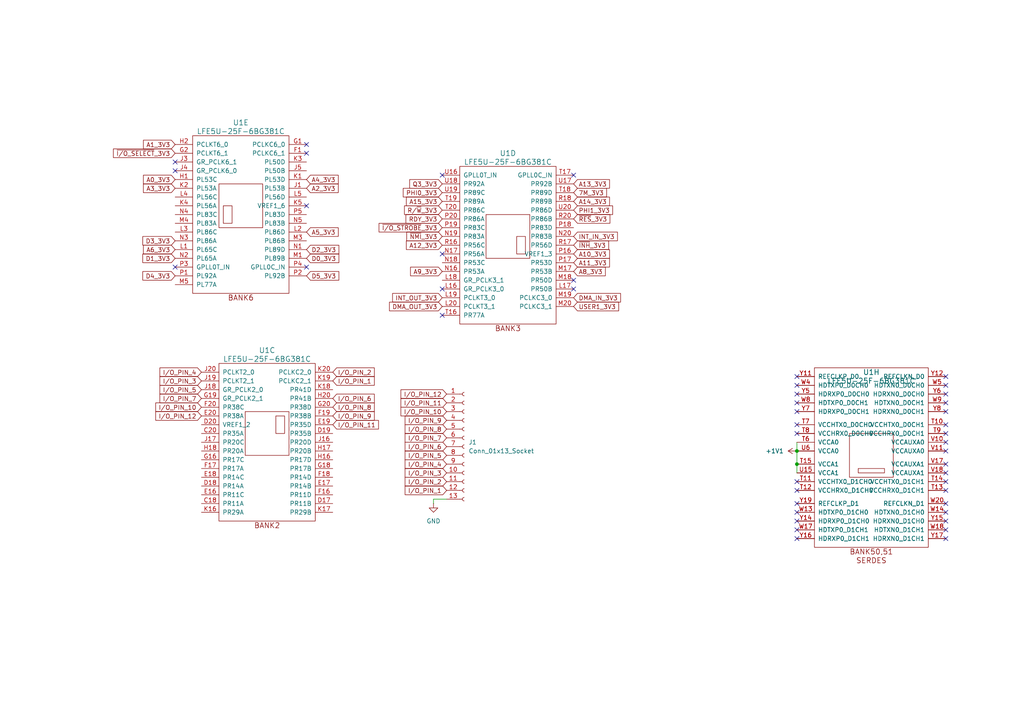
<source format=kicad_sch>
(kicad_sch (version 20250114) (generator "eeschema") (generator_version "9.0")
  (paper "A4")
  (title_block (title "Byte Hamr - Apple II FPGA Peripheral Card") (date "2025-11-30") (rev "1.0.0"))
  (lib_symbols
    (symbol "Connector:Conn_01x13_Socket" (pin_names (offset 1.016) (hide yes))
      (property "Reference" "J" (at 0 17.78 0))
      (property "Value" "Conn_01x13_Socket" (at 0 -17.78 0))
      (symbol "Conn_01x13_Socket_1_1"
        (polyline (pts (xy -1.27 15.24) (xy -0.508 15.24)) (stroke (width 0.1524)))
        (polyline (pts (xy -1.27 12.7) (xy -0.508 12.7)) (stroke (width 0.1524)))
        (polyline (pts (xy -1.27 10.16) (xy -0.508 10.16)) (stroke (width 0.1524)))
        (polyline (pts (xy -1.27 7.62) (xy -0.508 7.62)) (stroke (width 0.1524)))
        (polyline (pts (xy -1.27 5.08) (xy -0.508 5.08)) (stroke (width 0.1524)))
        (polyline (pts (xy -1.27 2.54) (xy -0.508 2.54)) (stroke (width 0.1524)))
        (polyline (pts (xy -1.27 0) (xy -0.508 0)) (stroke (width 0.1524)))
        (polyline (pts (xy -1.27 -2.54) (xy -0.508 -2.54)) (stroke (width 0.1524)))
        (polyline (pts (xy -1.27 -5.08) (xy -0.508 -5.08)) (stroke (width 0.1524)))
        (polyline (pts (xy -1.27 -7.62) (xy -0.508 -7.62)) (stroke (width 0.1524)))
        (polyline (pts (xy -1.27 -10.16) (xy -0.508 -10.16)) (stroke (width 0.1524)))
        (polyline (pts (xy -1.27 -12.7) (xy -0.508 -12.7)) (stroke (width 0.1524)))
        (polyline (pts (xy -1.27 -15.24) (xy -0.508 -15.24)) (stroke (width 0.1524)))
        (arc (start 0 14.732) (mid -0.5058 15.24) (end 0 15.748) (stroke (width 0.1524)))
        (arc (start 0 12.192) (mid -0.5058 12.7) (end 0 13.208) (stroke (width 0.1524)))
        (arc (start 0 9.652) (mid -0.5058 10.16) (end 0 10.668) (stroke (width 0.1524)))
        (arc (start 0 7.112) (mid -0.5058 7.62) (end 0 8.128) (stroke (width 0.1524)))
        (arc (start 0 4.572) (mid -0.5058 5.08) (end 0 5.588) (stroke (width 0.1524)))
        (arc (start 0 2.032) (mid -0.5058 2.54) (end 0 3.048) (stroke (width 0.1524)))
        (arc (start 0 -0.508) (mid -0.5058 0) (end 0 0.508) (stroke (width 0.1524)))
        (arc (start 0 -3.048) (mid -0.5058 -2.54) (end 0 -2.032) (stroke (width 0.1524)))
        (arc (start 0 -5.588) (mid -0.5058 -5.08) (end 0 -4.572) (stroke (width 0.1524)))
        (arc (start 0 -8.128) (mid -0.5058 -7.62) (end 0 -7.112) (stroke (width 0.1524)))
        (arc (start 0 -10.668) (mid -0.5058 -10.16) (end 0 -9.652) (stroke (width 0.1524)))
        (arc (start 0 -13.208) (mid -0.5058 -12.7) (end 0 -12.192) (stroke (width 0.1524)))
        (arc (start 0 -15.748) (mid -0.5058 -15.24) (end 0 -14.732) (stroke (width 0.1524)))
        (pin passive line (at -5.08 15.24 0) (length 3.81) (name "Pin_1") (number "1"))
        (pin passive line (at -5.08 12.7 0) (length 3.81) (name "Pin_2") (number "2"))
        (pin passive line (at -5.08 10.16 0) (length 3.81) (name "Pin_3") (number "3"))
        (pin passive line (at -5.08 7.62 0) (length 3.81) (name "Pin_4") (number "4"))
        (pin passive line (at -5.08 5.08 0) (length 3.81) (name "Pin_5") (number "5"))
        (pin passive line (at -5.08 2.54 0) (length 3.81) (name "Pin_6") (number "6"))
        (pin passive line (at -5.08 0 0) (length 3.81) (name "Pin_7") (number "7"))
        (pin passive line (at -5.08 -2.54 0) (length 3.81) (name "Pin_8") (number "8"))
        (pin passive line (at -5.08 -5.08 0) (length 3.81) (name "Pin_9") (number "9"))
        (pin passive line (at -5.08 -7.62 0) (length 3.81) (name "Pin_10") (number "10"))
        (pin passive line (at -5.08 -10.16 0) (length 3.81) (name "Pin_11") (number "11"))
        (pin passive line (at -5.08 -12.7 0) (length 3.81) (name "Pin_12") (number "12"))
        (pin passive line (at -5.08 -15.24 0) (length 3.81) (name "Pin_13") (number "13"))
      )
    )
    (symbol "lfe5bg381:LFE5UM-85F-6BG381C" (pin_names (offset 1.016))
      (property "Reference" "U" (at 0 24.13 0))
      (property "Value" "LFE5UM-85F-6BG381C" (at 0 21.59 0))
      (symbol "LFE5UM-85F-6BG381C_1_1"
        (rectangle (start -13.97 20.32) (end 13.97 -17.78))
        (rectangle (start -6.35 6.35) (end 6.35 -6.35))
        (rectangle (start -5.08 5.08) (end 0 2.54))
        (text "BANK0" (at 0 -19.05 0) (effects (font (size 1.524 1.524))))
        (pin input line (at -19.05 17.78 0) (length 5.08) (name "PCLKT0_0") (number "B11"))
        (pin input line (at -19.05 15.24 0) (length 5.08) (name "PCLKT0_1") (number "A10"))
        (pin input line (at -19.05 12.7 0) (length 5.08) (name "GR_PCLK0_1") (number "A9"))
        (pin input line (at -19.05 10.16 0) (length 5.08) (name "PT58A") (number "B9"))
        (pin input line (at -19.05 7.62 0) (length 5.08) (name "PT20A") (number "D9"))
        (pin input line (at -19.05 5.08 0) (length 5.08) (name "PT18A") (number "A7"))
        (pin input line (at -19.05 2.54 0) (length 5.08) (name "PT15A") (number "C8"))
        (pin input line (at -19.05 0 0) (length 5.08) (name "PT13A") (number "E8"))
        (pin input line (at -19.05 -2.54 0) (length 5.08) (name "PT11A") (number "C6"))
        (pin input line (at -19.05 -5.08 0) (length 5.08) (name "PT9A") (number "E7"))
        (pin input line (at -19.05 -7.62 0) (length 5.08) (name "PT6A") (number "E6"))
        (pin input line (at -19.05 -10.16 0) (length 5.08) (name "PT4A") (number "A6"))
        (pin input line (at -19.05 -12.7 0) (length 5.08) (name "PT56A") (number "D10"))
        (pin input line (at -19.05 -15.24 0) (length 5.08) (name "PT54A") (number "C9"))
        (pin input line (at 19.05 17.78 180) (length 5.08) (name "PCLKC0_0") (number "C11"))
        (pin input line (at 19.05 15.24 180) (length 5.08) (name "PCLKC0_1") (number "A11"))
        (pin input line (at 19.05 12.7 180) (length 5.08) (name "GR_PCLK0_0") (number "B10"))
        (pin input line (at 19.05 10.16 180) (length 5.08) (name "PT58B") (number "C10"))
        (pin input line (at 19.05 7.62 180) (length 5.08) (name "PT20B") (number "E9"))
        (pin input line (at 19.05 5.08 180) (length 5.08) (name "PT18B") (number "A8"))
        (pin input line (at 19.05 2.54 180) (length 5.08) (name "PT15B") (number "B8"))
        (pin input line (at 19.05 0 180) (length 5.08) (name "PT13B") (number "D8"))
        (pin input line (at 19.05 -2.54 180) (length 5.08) (name "PT11B") (number "C7"))
        (pin input line (at 19.05 -5.08 180) (length 5.08) (name "PT9B") (number "D7"))
        (pin input line (at 19.05 -7.62 180) (length 5.08) (name "PT6B") (number "D6"))
        (pin input line (at 19.05 -10.16 180) (length 5.08) (name "PT4B") (number "B6"))
        (pin input line (at 19.05 -12.7 180) (length 5.08) (name "PT56B") (number "E10"))
      )
      (symbol "LFE5UM-85F-6BG381C_2_0"
        (text "BANK1" (at 0 -26.67 0) (effects (font (size 1.524 1.524))))
      )
      (symbol "LFE5UM-85F-6BG381C_2_1"
        (rectangle (start -13.97 20.32) (end 13.97 -25.4))
        (rectangle (start -6.35 6.35) (end 6.35 -6.35))
        (rectangle (start 0 5.08) (end 5.08 2.54))
        (pin input line (at -19.05 17.78 0) (length 5.08) (name "PT121A") (number "A19"))
        (pin input line (at -19.05 15.24 0) (length 5.08) (name "PT119A") (number "A18"))
        (pin input line (at -19.05 12.7 0) (length 5.08) (name "PT116A") (number "A17"))
        (pin input line (at -19.05 10.16 0) (length 5.08) (name "PT114A") (number "B17"))
        (pin input line (at -19.05 7.62 0) (length 5.08) (name "PT112A") (number "C16"))
        (pin input line (at -19.05 5.08 0) (length 5.08) (name "PT110A") (number "A16"))
        (pin input line (at -19.05 2.54 0) (length 5.08) (name "PT107A") (number "D15"))
        (pin input line (at -19.05 0 0) (length 5.08) (name "PT105A") (number "B15"))
        (pin input line (at -19.05 -2.54 0) (length 5.08) (name "PT85A") (number "D14"))
        (pin input line (at -19.05 -5.08 0) (length 5.08) (name "PT83A") (number "A14"))
        (pin input line (at -19.05 -7.62 0) (length 5.08) (name "PT80A") (number "D13"))
        (pin input line (at -19.05 -10.16 0) (length 5.08) (name "PT78A") (number "B13"))
        (pin input line (at -19.05 -12.7 0) (length 5.08) (name "PT76A") (number "A12"))
        (pin input line (at -19.05 -15.24 0) (length 5.08) (name "GR_PCLK1_0") (number "D12"))
        (pin input line (at -19.05 -17.78 0) (length 5.08) (name "PCLKT1_0") (number "B12"))
        (pin input line (at -19.05 -20.32 0) (length 5.08) (name "PCLKT1_1") (number "D11"))
        (pin input line (at -19.05 -22.86 0) (length 5.08) (name "PT103A") (number "A15"))
        (pin input line (at 19.05 17.78 180) (length 5.08) (name "PT121B") (number "B20"))
        (pin input line (at 19.05 15.24 180) (length 5.08) (name "PT119B") (number "B19"))
        (pin input line (at 19.05 12.7 180) (length 5.08) (name "PT116B") (number "B18"))
        (pin input line (at 19.05 10.16 180) (length 5.08) (name "PT114B") (number "C17"))
        (pin input line (at 19.05 7.62 180) (length 5.08) (name "PT112B") (number "D16"))
        (pin input line (at 19.05 5.08 180) (length 5.08) (name "PT110B") (number "B16"))
        (pin input line (at 19.05 2.54 180) (length 5.08) (name "PT107B") (number "E15"))
        (pin input line (at 19.05 0 180) (length 5.08) (name "PT105B") (number "C15"))
        (pin input line (at 19.05 -2.54 180) (length 5.08) (name "PT85B") (number "E14"))
        (pin input line (at 19.05 -5.08 180) (length 5.08) (name "PT83B") (number "C14"))
        (pin input line (at 19.05 -7.62 180) (length 5.08) (name "PT80B") (number "E13"))
        (pin input line (at 19.05 -10.16 180) (length 5.08) (name "PT78B") (number "C13"))
        (pin input line (at 19.05 -12.7 180) (length 5.08) (name "PT76B") (number "A13"))
        (pin input line (at 19.05 -15.24 180) (length 5.08) (name "GR_PCLK1_1") (number "E12"))
        (pin input line (at 19.05 -17.78 180) (length 5.08) (name "PCLKC1_0") (number "C12"))
        (pin input line (at 19.05 -20.32 180) (length 5.08) (name "PCLKC1_1") (number "E11"))
      )
      (symbol "LFE5UM-85F-6BG381C_3_0"
        (text "BANK2" (at 0 -26.67 0) (effects (font (size 1.524 1.524))))
      )
      (symbol "LFE5UM-85F-6BG381C_3_1"
        (rectangle (start -13.97 20.32) (end 13.97 -25.4))
        (rectangle (start -6.35 6.35) (end 6.35 -6.35))
        (rectangle (start 5.08 5.08) (end 2.54 0))
        (pin input line (at -19.05 17.78 0) (length 5.08) (name "PCLKT2_0") (number "J20"))
        (pin input line (at -19.05 15.24 0) (length 5.08) (name "PCLKT2_1") (number "J19"))
        (pin input line (at -19.05 12.7 0) (length 5.08) (name "GR_PCLK2_0") (number "J18"))
        (pin input line (at -19.05 10.16 0) (length 5.08) (name "GR_PCLK2_1") (number "G19"))
        (pin input line (at -19.05 7.62 0) (length 5.08) (name "PR38C") (number "F20"))
        (pin input line (at -19.05 5.08 0) (length 5.08) (name "PR38A") (number "E20"))
        (pin input line (at -19.05 2.54 0) (length 5.08) (name "VREF1_2") (number "D20"))
        (pin input line (at -19.05 0 0) (length 5.08) (name "PR35A") (number "C20"))
        (pin input line (at -19.05 -2.54 0) (length 5.08) (name "PR20C") (number "J17"))
        (pin input line (at -19.05 -5.08 0) (length 5.08) (name "PR20A") (number "H18"))
        (pin input line (at -19.05 -7.62 0) (length 5.08) (name "PR17C") (number "G16"))
        (pin input line (at -19.05 -10.16 0) (length 5.08) (name "PR17A") (number "F17"))
        (pin input line (at -19.05 -12.7 0) (length 5.08) (name "PR14C") (number "E18"))
        (pin input line (at -19.05 -15.24 0) (length 5.08) (name "PR14A") (number "D18"))
        (pin input line (at -19.05 -17.78 0) (length 5.08) (name "PR11C") (number "E16"))
        (pin input line (at -19.05 -20.32 0) (length 5.08) (name "PR11A") (number "C18"))
        (pin input line (at -19.05 -22.86 0) (length 5.08) (name "PR29A") (number "K16"))
        (pin input line (at 19.05 17.78 180) (length 5.08) (name "PCLKC2_0") (number "K20"))
        (pin input line (at 19.05 15.24 180) (length 5.08) (name "PCLKC2_1") (number "K19"))
        (pin input line (at 19.05 12.7 180) (length 5.08) (name "PR41D") (number "K18"))
        (pin input line (at 19.05 10.16 180) (length 5.08) (name "PR41B") (number "H20"))
        (pin input line (at 19.05 7.62 180) (length 5.08) (name "PR38D") (number "G20"))
        (pin input line (at 19.05 5.08 180) (length 5.08) (name "PR38B") (number "F19"))
        (pin input line (at 19.05 2.54 180) (length 5.08) (name "PR35D") (number "E19"))
        (pin input line (at 19.05 0 180) (length 5.08) (name "PR35B") (number "D19"))
        (pin input line (at 19.05 -2.54 180) (length 5.08) (name "PR20D") (number "J16"))
        (pin input line (at 19.05 -5.08 180) (length 5.08) (name "PR20B") (number "H17"))
        (pin input line (at 19.05 -7.62 180) (length 5.08) (name "PR17D") (number "H16"))
        (pin input line (at 19.05 -10.16 180) (length 5.08) (name "PR17B") (number "G18"))
        (pin input line (at 19.05 -12.7 180) (length 5.08) (name "PR14D") (number "F18"))
        (pin input line (at 19.05 -15.24 180) (length 5.08) (name "PR14B") (number "E17"))
        (pin input line (at 19.05 -17.78 180) (length 5.08) (name "PR11D") (number "F16"))
        (pin input line (at 19.05 -20.32 180) (length 5.08) (name "PR11B") (number "D17"))
        (pin input line (at 19.05 -22.86 180) (length 5.08) (name "PR29B") (number "K17"))
      )
      (symbol "LFE5UM-85F-6BG381C_4_0"
        (text "BANK3" (at 0 -26.67 0) (effects (font (size 1.524 1.524))))
      )
      (symbol "LFE5UM-85F-6BG381C_4_1"
        (rectangle (start -13.97 20.32) (end 13.97 -25.4))
        (rectangle (start -6.35 6.35) (end 6.35 -6.35))
        (rectangle (start 2.54 0) (end 5.08 -5.08))
        (pin input line (at -19.05 17.78 0) (length 5.08) (name "GPLL0T_IN") (number "U16"))
        (pin input line (at -19.05 15.24 0) (length 5.08) (name "PR92A") (number "U18"))
        (pin input line (at -19.05 12.7 0) (length 5.08) (name "PR89C") (number "U19"))
        (pin input line (at -19.05 10.16 0) (length 5.08) (name "PR89A") (number "T19"))
        (pin input line (at -19.05 7.62 0) (length 5.08) (name "PR86C") (number "T20"))
        (pin input line (at -19.05 5.08 0) (length 5.08) (name "PR86A") (number "P20"))
        (pin input line (at -19.05 2.54 0) (length 5.08) (name "PR83C") (number "P19"))
        (pin input line (at -19.05 0 0) (length 5.08) (name "PR83A") (number "N19"))
        (pin input line (at -19.05 -2.54 0) (length 5.08) (name "PR56C") (number "R16"))
        (pin input line (at -19.05 -5.08 0) (length 5.08) (name "PR56A") (number "N17"))
        (pin input line (at -19.05 -7.62 0) (length 5.08) (name "PR53C") (number "N18"))
        (pin input line (at -19.05 -10.16 0) (length 5.08) (name "PR53A") (number "N16"))
        (pin input line (at -19.05 -12.7 0) (length 5.08) (name "GR_PCLK3_1") (number "L18"))
        (pin input line (at -19.05 -15.24 0) (length 5.08) (name "GR_PCLK3_0") (number "L16"))
        (pin input line (at -19.05 -17.78 0) (length 5.08) (name "PCLKT3_0") (number "L19"))
        (pin input line (at -19.05 -20.32 0) (length 5.08) (name "PCLKT3_1") (number "L20"))
        (pin input line (at -19.05 -22.86 0) (length 5.08) (name "PR77A") (number "T16"))
        (pin input line (at 19.05 17.78 180) (length 5.08) (name "GPLL0C_IN") (number "T17"))
        (pin input line (at 19.05 15.24 180) (length 5.08) (name "PR92B") (number "U17"))
        (pin input line (at 19.05 12.7 180) (length 5.08) (name "PR89D") (number "T18"))
        (pin input line (at 19.05 10.16 180) (length 5.08) (name "PR89B") (number "R18"))
        (pin input line (at 19.05 7.62 180) (length 5.08) (name "PR86D") (number "U20"))
        (pin input line (at 19.05 5.08 180) (length 5.08) (name "PR86B") (number "R20"))
        (pin input line (at 19.05 2.54 180) (length 5.08) (name "PR83D") (number "P18"))
        (pin input line (at 19.05 0 180) (length 5.08) (name "PR83B") (number "N20"))
        (pin input line (at 19.05 -2.54 180) (length 5.08) (name "PR56D") (number "R17"))
        (pin input line (at 19.05 -5.08 180) (length 5.08) (name "VREF1_3") (number "P16"))
        (pin input line (at 19.05 -7.62 180) (length 5.08) (name "PR53D") (number "P17"))
        (pin input line (at 19.05 -10.16 180) (length 5.08) (name "PR53B") (number "M17"))
        (pin input line (at 19.05 -12.7 180) (length 5.08) (name "PR50D") (number "M18"))
        (pin input line (at 19.05 -15.24 180) (length 5.08) (name "PR50B") (number "L17"))
        (pin input line (at 19.05 -17.78 180) (length 5.08) (name "PCLKC3_0") (number "M19"))
        (pin input line (at 19.05 -20.32 180) (length 5.08) (name "PCLKC3_1") (number "M20"))
      )
      (symbol "LFE5UM-85F-6BG381C_5_0"
        (text "BANK6" (at 0 -26.67 0) (effects (font (size 1.524 1.524))))
      )
      (symbol "LFE5UM-85F-6BG381C_5_1"
        (rectangle (start -13.97 20.32) (end 13.97 -25.4))
        (rectangle (start -6.35 6.35) (end 6.35 -6.35))
        (rectangle (start -5.08 0) (end -2.54 -5.08))
        (pin input line (at -19.05 17.78 0) (length 5.08) (name "PCLKT6_0") (number "H2"))
        (pin input line (at -19.05 15.24 0) (length 5.08) (name "PCLKT6_1") (number "G2"))
        (pin input line (at -19.05 12.7 0) (length 5.08) (name "GR_PCLK6_1") (number "J3"))
        (pin input line (at -19.05 10.16 0) (length 5.08) (name "GR_PCLK6_0") (number "J4"))
        (pin input line (at -19.05 7.62 0) (length 5.08) (name "PL53C") (number "H1"))
        (pin input line (at -19.05 5.08 0) (length 5.08) (name "PL53A") (number "K2"))
        (pin input line (at -19.05 2.54 0) (length 5.08) (name "PL56C") (number "L4"))
        (pin input line (at -19.05 0 0) (length 5.08) (name "PL56A") (number "K4"))
        (pin input line (at -19.05 -2.54 0) (length 5.08) (name "PL83C") (number "N4"))
        (pin input line (at -19.05 -5.08 0) (length 5.08) (name "PL83A") (number "M4"))
        (pin input line (at -19.05 -7.62 0) (length 5.08) (name "PL86C") (number "L3"))
        (pin input line (at -19.05 -10.16 0) (length 5.08) (name "PL86A") (number "N3"))
        (pin input line (at -19.05 -12.7 0) (length 5.08) (name "PL65C") (number "L1"))
        (pin input line (at -19.05 -15.24 0) (length 5.08) (name "PL65A") (number "N2"))
        (pin input line (at -19.05 -17.78 0) (length 5.08) (name "GPLL0T_IN") (number "P3"))
        (pin input line (at -19.05 -20.32 0) (length 5.08) (name "PL92A") (number "P1"))
        (pin input line (at -19.05 -22.86 0) (length 5.08) (name "PL77A") (number "M5"))
        (pin input line (at 19.05 17.78 180) (length 5.08) (name "PCLKC6_0") (number "G1"))
        (pin input line (at 19.05 15.24 180) (length 5.08) (name "PCLKC6_1") (number "F1"))
        (pin input line (at 19.05 12.7 180) (length 5.08) (name "PL50D") (number "K3"))
        (pin input line (at 19.05 10.16 180) (length 5.08) (name "PL50B") (number "J5"))
        (pin input line (at 19.05 7.62 180) (length 5.08) (name "PL53D") (number "K1"))
        (pin input line (at 19.05 5.08 180) (length 5.08) (name "PL53B") (number "J1"))
        (pin input line (at 19.05 2.54 180) (length 5.08) (name "PL56D") (number "L5"))
        (pin input line (at 19.05 0 180) (length 5.08) (name "VREF1_6") (number "K5"))
        (pin input line (at 19.05 -2.54 180) (length 5.08) (name "PL83D") (number "P5"))
        (pin input line (at 19.05 -5.08 180) (length 5.08) (name "PL83B") (number "N5"))
        (pin input line (at 19.05 -7.62 180) (length 5.08) (name "PL86D") (number "L2"))
        (pin input line (at 19.05 -10.16 180) (length 5.08) (name "PL86B") (number "M3"))
        (pin input line (at 19.05 -12.7 180) (length 5.08) (name "PL89D") (number "N1"))
        (pin input line (at 19.05 -15.24 180) (length 5.08) (name "PL89B") (number "M1"))
        (pin input line (at 19.05 -17.78 180) (length 5.08) (name "GPLL0C_IN") (number "P4"))
        (pin input line (at 19.05 -20.32 180) (length 5.08) (name "PL92B") (number "P2"))
      )
      (symbol "LFE5UM-85F-6BG381C_6_0"
        (text "BANK7" (at 0 -24.13 0) (effects (font (size 1.524 1.524))))
      )
      (symbol "LFE5UM-85F-6BG381C_6_1"
        (rectangle (start -13.97 20.32) (end 13.97 -22.86))
        (rectangle (start -6.35 6.35) (end 6.35 -6.35))
        (rectangle (start -5.08 5.08) (end -2.54 0))
        (pin input line (at -19.05 17.78 0) (length 5.08) (name "PL11C") (number "B5"))
        (pin input line (at -19.05 15.24 0) (length 5.08) (name "PL11A") (number "A4"))
        (pin input line (at -19.05 12.7 0) (length 5.08) (name "PL14C") (number "A3"))
        (pin input line (at -19.05 10.16 0) (length 5.08) (name "PL14A") (number "C4"))
        (pin input line (at -19.05 7.62 0) (length 5.08) (name "PL17C") (number "C3"))
        (pin input line (at -19.05 5.08 0) (length 5.08) (name "PL17A") (number "E4"))
        (pin input line (at -19.05 2.54 0) (length 5.08) (name "PL20C") (number "E5"))
        (pin input line (at -19.05 0 0) (length 5.08) (name "PL20A") (number "F4"))
        (pin input line (at -19.05 -2.54 0) (length 5.08) (name "VREF1_7") (number "B2"))
        (pin input line (at -19.05 -5.08 0) (length 5.08) (name "PL35A") (number "A2"))
        (pin input line (at -19.05 -7.62 0) (length 5.08) (name "PL38C") (number "D2"))
        (pin input line (at -19.05 -10.16 0) (length 5.08) (name "PL38A") (number "C1"))
        (pin input line (at -19.05 -12.7 0) (length 5.08) (name "GR_PCLK7_0") (number "H5"))
        (pin input line (at -19.05 -15.24 0) (length 5.08) (name "GR_PCLK7_1") (number "H4"))
        (pin input line (at -19.05 -17.78 0) (length 5.08) (name "PCLKT7_0") (number "F2"))
        (pin input line (at -19.05 -20.32 0) (length 5.08) (name "PCLKT7_1") (number "G3"))
        (pin input line (at 19.05 17.78 180) (length 5.08) (name "PL11D") (number "C5"))
        (pin input line (at 19.05 15.24 180) (length 5.08) (name "PL11B") (number "A5"))
        (pin input line (at 19.05 12.7 180) (length 5.08) (name "PL14D") (number "B3"))
        (pin input line (at 19.05 10.16 180) (length 5.08) (name "PL14B") (number "B4"))
        (pin input line (at 19.05 7.62 180) (length 5.08) (name "PL17D") (number "D3"))
        (pin input line (at 19.05 5.08 180) (length 5.08) (name "PL17B") (number "D5"))
        (pin input line (at 19.05 2.54 180) (length 5.08) (name "PL20D") (number "F5"))
        (pin input line (at 19.05 0 180) (length 5.08) (name "PL20B") (number "E3"))
        (pin input line (at 19.05 -2.54 180) (length 5.08) (name "PL35D") (number "C2"))
        (pin input line (at 19.05 -5.08 180) (length 5.08) (name "PL35B") (number "B1"))
        (pin input line (at 19.05 -7.62 180) (length 5.08) (name "PL38D") (number "E1"))
        (pin input line (at 19.05 -10.16 180) (length 5.08) (name "PL38B") (number "D1"))
        (pin input line (at 19.05 -12.7 180) (length 5.08) (name "PL41D") (number "H3"))
        (pin input line (at 19.05 -15.24 180) (length 5.08) (name "PL41B") (number "G5"))
        (pin input line (at 19.05 -17.78 180) (length 5.08) (name "PCLKC7_0") (number "E2"))
        (pin input line (at 19.05 -20.32 180) (length 5.08) (name "PCLKC7_1") (number "F3"))
      )
      (symbol "LFE5UM-85F-6BG381C_7_0"
        (text "BANK8" (at 0 -24.13 0) (effects (font (size 1.524 1.524))))
      )
      (symbol "LFE5UM-85F-6BG381C_7_1"
        (rectangle (start -13.97 20.32) (end 13.97 -22.86))
        (rectangle (start -6.35 6.35) (end 6.35 -6.35))
        (rectangle (start -5.08 -5.08) (end 0 -2.54))
        (pin input line (at -19.05 17.78 0) (length 5.08) (name "D7") (number "R1"))
        (pin input line (at -19.05 15.24 0) (length 5.08) (name "D5/MISO2") (number "U1"))
        (pin input line (at -19.05 12.7 0) (length 5.08) (name "D3/HOLDn") (number "W1"))
        (pin input line (at -19.05 10.16 0) (length 5.08) (name "D1/MISO") (number "V2"))
        (pin input line (at -19.05 7.62 0) (length 5.08) (name "SN/CSn") (number "T2"))
        (pin input line (at -19.05 5.08 0) (length 5.08) (name "CSSPIN") (number "R2"))
        (pin input line (at -19.05 2.54 0) (length 5.08) (name "INITn") (number "V3"))
        (pin input line (at -19.05 0 0) (length 5.08) (name "PROGRAMn") (number "W3"))
        (pin input line (at -19.05 -2.54 0) (length 5.08) (name "WRITEn") (number "T3"))
        (pin input line (at -19.05 -5.08 0) (length 5.08) (name "CCLK") (number "U3"))
        (pin input line (at -19.05 -7.62 0) (length 5.08) (name "DONE") (number "Y3"))
        (pin input line (at -19.05 -10.16 0) (length 5.08) (name "CFG_2") (number "R4"))
        (pin input line (at -19.05 -12.7 0) (length 5.08) (name "CFG_1") (number "T4"))
        (pin input line (at -19.05 -15.24 0) (length 5.08) (name "CFG_0") (number "U4"))
        (pin input line (at 19.05 17.78 180) (length 5.08) (name "D6") (number "T1"))
        (pin input line (at 19.05 15.24 180) (length 5.08) (name "D4/MOSI2") (number "V1"))
        (pin input line (at 19.05 12.7 180) (length 5.08) (name "D2/WPn") (number "Y2"))
        (pin input line (at 19.05 10.16 180) (length 5.08) (name "D0/MOSI") (number "W2"))
        (pin input line (at 19.05 7.62 180) (length 5.08) (name "CS1n") (number "U2"))
        (pin input line (at 19.05 5.08 180) (length 5.08) (name "DOUT/CSOn") (number "R3"))
      )
      (symbol "LFE5UM-85F-6BG381C_8_0"
        (text "BANK50,51" (at 0 -27.94 0) (effects (font (size 1.524 1.524))))
        (text "SERDES" (at 0 -30.48 0) (effects (font (size 1.524 1.524))))
      )
      (symbol "LFE5UM-85F-6BG381C_8_1"
        (rectangle (start -16.51 25.4) (end 16.51 -26.67))
        (rectangle (start -6.35 6.35) (end 6.35 -6.35))
        (rectangle (start 3.81 -5.08) (end -3.81 -3.81))
        (pin input line (at -21.59 22.86 0) (length 5.08) (name "REFCLKP_D0") (number "Y11"))
        (pin input line (at -21.59 20.32 0) (length 5.08) (name "HDTXP0_D0CH0") (number "W4"))
        (pin input line (at -21.59 17.78 0) (length 5.08) (name "HDRXP0_D0CH0") (number "Y5"))
        (pin input line (at -21.59 15.24 0) (length 5.08) (name "HDTXP0_D0CH1") (number "W8"))
        (pin input line (at -21.59 12.7 0) (length 5.08) (name "HDRXP0_D0CH1") (number "Y7"))
        (pin input line (at -21.59 8.89 0) (length 5.08) (name "VCCHTX0_D0CH0") (number "T7"))
        (pin input line (at -21.59 6.35 0) (length 5.08) (name "VCCHRX0_D0CH0") (number "T8"))
        (pin input line (at -21.59 3.81 0) (length 5.08) (name "VCCA0") (number "T6"))
        (pin input line (at -21.59 1.27 0) (length 5.08) (name "VCCA0") (number "U6"))
        (pin input line (at -21.59 -2.54 0) (length 5.08) (name "VCCA1") (number "T15"))
        (pin input line (at -21.59 -5.08 0) (length 5.08) (name "VCCA1") (number "U15"))
        (pin input line (at -21.59 -7.62 0) (length 5.08) (name "VCCHTX0_D1CH0") (number "T11"))
        (pin input line (at -21.59 -10.16 0) (length 5.08) (name "VCCHRX0_D1CH0") (number "T12"))
        (pin input line (at -21.59 -13.97 0) (length 5.08) (name "REFCLKP_D1") (number "Y19"))
        (pin input line (at -21.59 -16.51 0) (length 5.08) (name "HDTXP0_D1CH0") (number "W13"))
        (pin input line (at -21.59 -19.05 0) (length 5.08) (name "HDRXP0_D1CH0") (number "Y14"))
        (pin input line (at -21.59 -21.59 0) (length 5.08) (name "HDTXP0_D1CH1") (number "W17"))
        (pin input line (at -21.59 -24.13 0) (length 5.08) (name "HDRXP0_D1CH1") (number "Y16"))
        (pin input line (at 21.59 22.86 180) (length 5.08) (name "REFCLKN_D0") (number "Y12"))
        (pin input line (at 21.59 20.32 180) (length 5.08) (name "HDTXN0_D0CH0") (number "W5"))
        (pin input line (at 21.59 17.78 180) (length 5.08) (name "HDRXN0_D0CH0") (number "Y6"))
        (pin input line (at 21.59 15.24 180) (length 5.08) (name "HDTXN0_D0CH1") (number "W9"))
        (pin input line (at 21.59 12.7 180) (length 5.08) (name "HDRXN0_D0CH1") (number "Y8"))
        (pin input line (at 21.59 8.89 180) (length 5.08) (name "VCCHTX0_D0CH1") (number "T10"))
        (pin input line (at 21.59 6.35 180) (length 5.08) (name "VCCHRX0_D0CH1") (number "T9"))
        (pin input line (at 21.59 3.81 180) (length 5.08) (name "VCCAUXA0") (number "V10"))
        (pin input line (at 21.59 1.27 180) (length 5.08) (name "VCCAUXA0") (number "V11"))
        (pin input line (at 21.59 -2.54 180) (length 5.08) (name "VCCAUXA1") (number "V17"))
        (pin input line (at 21.59 -5.08 180) (length 5.08) (name "VCCAUXA1") (number "V18"))
        (pin input line (at 21.59 -7.62 180) (length 5.08) (name "VCCHTX0_D1CH1") (number "T14"))
        (pin input line (at 21.59 -10.16 180) (length 5.08) (name "VCCHRX0_D1CH1") (number "T13"))
        (pin input line (at 21.59 -13.97 180) (length 5.08) (name "REFCLKN_D1") (number "W20"))
        (pin input line (at 21.59 -16.51 180) (length 5.08) (name "HDTXN0_D1CH0") (number "W14"))
        (pin input line (at 21.59 -19.05 180) (length 5.08) (name "HDRXN0_D1CH0") (number "Y15"))
        (pin input line (at 21.59 -21.59 180) (length 5.08) (name "HDTXN0_D1CH1") (number "W18"))
        (pin input line (at 21.59 -24.13 180) (length 5.08) (name "HDRXN0_D1CH1") (number "Y17"))
      )
      (symbol "LFE5UM-85F-6BG381C_9_1"
        (rectangle (start -109.22 11.43) (end 118.11 -12.7))
        (rectangle (start -6.35 6.35) (end 6.35 -6.35))
        (rectangle (start -2.54 2.54) (end 2.54 -2.54))
        (text "POWER" (at 0 3.81 0) (effects (font (size 1.524 1.524))))
        (pin input line (at -106.68 16.51 270) (length 5.08) (name "VCC") (number "H13"))
        (pin input line (at -104.14 16.51 270) (length 5.08) (name "VCC") (number "J13"))
        (pin input line (at -101.6 16.51 270) (length 5.08) (name "VCC") (number "K13"))
        (pin input line (at -99.06 16.51 270) (length 5.08) (name "VCC") (number "L13"))
        (pin input line (at -97.79 -17.78 90) (length 5.08) (name "GND") (number "C19"))
        (pin input line (at -96.52 16.51 270) (length 5.08) (name "VCC") (number "M13"))
        (pin input line (at -95.25 -17.78 90) (length 5.08) (name "GND") (number "H19"))
        (pin input line (at -93.98 16.51 270) (length 5.08) (name "VCC") (number "N13"))
        (pin input line (at -92.71 -17.78 90) (length 5.08) (name "GND") (number "R19"))
        (pin input line (at -91.44 16.51 270) (length 5.08) (name "VCC") (number "H12"))
        (pin input line (at -90.17 -17.78 90) (length 5.08) (name "GND") (number "G17"))
        (pin input line (at -88.9 16.51 270) (length 5.08) (name "VCC") (number "N12"))
        (pin input line (at -87.63 -17.78 90) (length 5.08) (name "GND") (number "M16"))
        (pin input line (at -86.36 16.51 270) (length 5.08) (name "VCC") (number "H11"))
        (pin input line (at -85.09 -17.78 90) (length 5.08) (name "GND") (number "G15"))
        (pin input line (at -83.82 16.51 270) (length 5.08) (name "VCC") (number "N11"))
        (pin input line (at -82.55 -17.78 90) (length 5.08) (name "GND") (number "K15"))
        (pin input line (at -81.28 16.51 270) (length 5.08) (name "VCC") (number "H10"))
        (pin input line (at -80.01 -17.78 90) (length 5.08) (name "GND") (number "N15"))
        (pin input line (at -78.74 16.51 270) (length 5.08) (name "VCC") (number "N10"))
        (pin input line (at -77.47 -17.78 90) (length 5.08) (name "GND") (number "B14"))
        (pin input line (at -76.2 16.51 270) (length 5.08) (name "VCC") (number "H9"))
        (pin input line (at -74.93 -17.78 90) (length 5.08) (name "GND") (number "F14"))
        (pin input line (at -73.66 16.51 270) (length 5.08) (name "VCC") (number "N9"))
        (pin input line (at -72.39 -17.78 90) (length 5.08) (name "GND") (number "G14"))
        (pin input line (at -71.12 16.51 270) (length 5.08) (name "VCC") (number "H8"))
        (pin input line (at -69.85 -17.78 90) (length 5.08) (name "GND") (number "J14"))
        (pin input line (at -68.58 16.51 270) (length 5.08) (name "VCC") (number "J8"))
        (pin input line (at -67.31 -17.78 90) (length 5.08) (name "GND") (number "K14"))
        (pin input line (at -66.04 16.51 270) (length 5.08) (name "VCC") (number "K8"))
        (pin input line (at -64.77 -17.78 90) (length 5.08) (name "GND") (number "M14"))
        (pin input line (at -63.5 16.51 270) (length 5.08) (name "VCC") (number "L8"))
        (pin input line (at -62.23 -17.78 90) (length 5.08) (name "GND") (number "N14"))
        (pin input line (at -60.96 16.51 270) (length 5.08) (name "VCC") (number "M8"))
        (pin input line (at -59.69 -17.78 90) (length 5.08) (name "GND") (number "P14"))
        (pin input line (at -58.42 16.51 270) (length 5.08) (name "VCC") (number "N8"))
        (pin input line (at -57.15 -17.78 90) (length 5.08) (name "GND") (number "F13"))
        (pin input line (at -54.61 -17.78 90) (length 5.08) (name "GND") (number "G13"))
        (pin input line (at -53.34 16.51 270) (length 5.08) (name "VCCAUX") (number "F15"))
        (pin input line (at -52.07 -17.78 90) (length 5.08) (name "GND") (number "P13"))
        (pin input line (at -50.8 16.51 270) (length 5.08) (name "VCCAUX") (number "P15"))
        (pin input line (at -49.53 -17.78 90) (length 5.08) (name "GND") (number "G12"))
        (pin input line (at -48.26 16.51 270) (length 5.08) (name "VCCAUX") (number "F6"))
        (pin input line (at -46.99 -17.78 90) (length 5.08) (name "GND") (number "J12"))
        (pin input line (at -45.72 16.51 270) (length 5.08) (name "VCCAUX") (number "P6"))
        (pin input line (at -44.45 -17.78 90) (length 5.08) (name "GND") (number "K12"))
        (pin input line (at -41.91 -17.78 90) (length 5.08) (name "GND") (number "L12"))
        (pin input line (at -40.64 16.51 270) (length 5.08) (name "VCCio0") (number "F10"))
        (pin input line (at -39.37 -17.78 90) (length 5.08) (name "GND") (number "M12"))
        (pin input line (at -38.1 16.51 270) (length 5.08) (name "VCCio0") (number "F9"))
        (pin input line (at -36.83 -17.78 90) (length 5.08) (name "GND") (number "P12"))
        (pin input line (at -34.29 -17.78 90) (length 5.08) (name "GND") (number "G11"))
        (pin input line (at -33.02 16.51 270) (length 5.08) (name "VCCio1") (number "F12"))
        (pin input line (at -31.75 -17.78 90) (length 5.08) (name "GND") (number "J11"))
        (pin input line (at -30.48 16.51 270) (length 5.08) (name "VCCio1") (number "F11"))
        (pin input line (at -29.21 -17.78 90) (length 5.08) (name "GND") (number "K11"))
        (pin input line (at -26.67 -17.78 90) (length 5.08) (name "GND") (number "L11"))
        (pin input line (at -25.4 16.51 270) (length 5.08) (name "VCCio2") (number "H15"))
        (pin input line (at -24.13 -17.78 90) (length 5.08) (name "GND") (number "M11"))
        (pin input line (at -22.86 16.51 270) (length 5.08) (name "VCCio2") (number "J15"))
        (pin input line (at -21.59 -17.78 90) (length 5.08) (name "GND") (number "P11"))
        (pin input line (at -20.32 16.51 270) (length 5.08) (name "VCCio2") (number "H14"))
        (pin input line (at -19.05 -17.78 90) (length 5.08) (name "GND") (number "G10"))
        (pin input line (at -16.51 -17.78 90) (length 5.08) (name "GND") (number "J10"))
        (pin input line (at -15.24 16.51 270) (length 5.08) (name "VCCio3") (number "L15"))
        (pin input line (at -13.97 -17.78 90) (length 5.08) (name "GND") (number "K10"))
        (pin input line (at -12.7 16.51 270) (length 5.08) (name "VCCio3") (number "M15"))
        (pin input line (at -11.43 -17.78 90) (length 5.08) (name "GND") (number "L10"))
        (pin input line (at -10.16 16.51 270) (length 5.08) (name "VCCio3") (number "L14"))
        (pin input line (at -8.89 -17.78 90) (length 5.08) (name "GND") (number "M10"))
        (pin input line (at -6.35 -17.78 90) (length 5.08) (name "GND") (number "G9"))
        (pin input line (at -3.81 -17.78 90) (length 5.08) (name "GND") (number "J9"))
        (pin input line (at -1.27 -17.78 90) (length 5.08) (name "GND") (number "K9"))
        (pin input line (at 1.27 -17.78 90) (length 5.08) (name "GND") (number "L9"))
        (pin input line (at 3.81 -17.78 90) (length 5.08) (name "GND") (number "M9"))
        (pin input line (at 6.35 -17.78 90) (length 5.08) (name "GND") (number "F8"))
        (pin input line (at 8.89 -17.78 90) (length 5.08) (name "GND") (number "G8"))
        (pin input line (at 11.43 -17.78 90) (length 5.08) (name "GND") (number "P8"))
        (pin input line (at 13.97 -17.78 90) (length 5.08) (name "GND") (number "B7"))
        (pin input line (at 16.51 16.51 270) (length 5.08) (name "VCCio6") (number "L7"))
        (pin input line (at 16.51 -17.78 90) (length 5.08) (name "GND") (number "F7"))
        (pin input line (at 19.05 16.51 270) (length 5.08) (name "VCCio6") (number "L6"))
        (pin input line (at 19.05 -17.78 90) (length 5.08) (name "GND") (number "G7"))
        (pin input line (at 21.59 16.51 270) (length 5.08) (name "VCCio6") (number "M6"))
        (pin input line (at 21.59 -17.78 90) (length 5.08) (name "GND") (number "J7"))
        (pin input line (at 24.13 -17.78 90) (length 5.08) (name "GND") (number "K7"))
        (pin input line (at 26.67 16.51 270) (length 5.08) (name "VCCio7") (number "H7"))
        (pin input line (at 26.67 -17.78 90) (length 5.08) (name "GND") (number "M7"))
        (pin input line (at 29.21 16.51 270) (length 5.08) (name "VCCio7") (number "H6"))
        (pin input line (at 29.21 -17.78 90) (length 5.08) (name "GND") (number "N7"))
        (pin input line (at 31.75 16.51 270) (length 5.08) (name "VCCio7") (number "J6"))
        (pin input line (at 31.75 -17.78 90) (length 5.08) (name "GND") (number "P7"))
        (pin input line (at 34.29 -17.78 90) (length 5.08) (name "GND") (number "G6"))
        (pin input line (at 36.83 16.51 270) (length 5.08) (name "VCCio8") (number "P10"))
        (pin input line (at 36.83 -17.78 90) (length 5.08) (name "GND") (number "K6"))
        (pin input line (at 39.37 16.51 270) (length 5.08) (name "VCCio8") (number "P9"))
        (pin input line (at 39.37 -17.78 90) (length 5.08) (name "GND") (number "N6"))
        (pin input line (at 41.91 -17.78 90) (length 5.08) (name "GND") (number "D4"))
        (pin input line (at 44.45 -17.78 90) (length 5.08) (name "GND") (number "G4"))
        (pin input line (at 46.99 -17.78 90) (length 5.08) (name "GND") (number "J2"))
        (pin input line (at 49.53 -17.78 90) (length 5.08) (name "GND") (number "M2"))
        (pin input line (at 52.07 -17.78 90) (length 5.08) (name "GND") (number "V7"))
        (pin input line (at 54.61 -17.78 90) (length 5.08) (name "GND") (number "V8"))
        (pin input line (at 57.15 -17.78 90) (length 5.08) (name "GND") (number "V9"))
        (pin input line (at 59.69 -17.78 90) (length 5.08) (name "GND") (number "U7"))
        (pin input line (at 62.23 -17.78 90) (length 5.08) (name "GND") (number "U8"))
        (pin input line (at 64.77 -17.78 90) (length 5.08) (name "GND") (number "U9"))
        (pin input line (at 67.31 -17.78 90) (length 5.08) (name "GND") (number "U10"))
        (pin input line (at 69.85 -17.78 90) (length 5.08) (name "GND") (number "V20"))
        (pin input line (at 72.39 -17.78 90) (length 5.08) (name "GND") (number "V5"))
        (pin input line (at 74.93 -17.78 90) (length 5.08) (name "GND") (number "W6"))
        (pin input line (at 77.47 -17.78 90) (length 5.08) (name "GND") (number "V6"))
        (pin input line (at 80.01 -17.78 90) (length 5.08) (name "GND") (number "W7"))
        (pin input line (at 82.55 -17.78 90) (length 5.08) (name "GND") (number "V15"))
        (pin input line (at 85.09 -17.78 90) (length 5.08) (name "GND") (number "W16"))
        (pin input line (at 87.63 -17.78 90) (length 5.08) (name "GND") (number "V16"))
        (pin input line (at 90.17 -17.78 90) (length 5.08) (name "GND") (number "W19"))
        (pin input line (at 92.71 -17.78 90) (length 5.08) (name "GND") (number "V19"))
        (pin input line (at 95.25 -17.78 90) (length 5.08) (name "GND") (number "V14"))
        (pin input line (at 97.79 -17.78 90) (length 5.08) (name "GND") (number "U14"))
        (pin input line (at 100.33 -17.78 90) (length 5.08) (name "GND") (number "W15"))
        (pin input line (at 102.87 -17.78 90) (length 5.08) (name "GND") (number "U13"))
        (pin input line (at 105.41 -17.78 90) (length 5.08) (name "GND") (number "V13"))
        (pin input line (at 107.95 -17.78 90) (length 5.08) (name "GND") (number "U12"))
        (pin input line (at 110.49 -17.78 90) (length 5.08) (name "GND") (number "V12"))
        (pin input line (at 113.03 -17.78 90) (length 5.08) (name "GND") (number "W12"))
        (pin input line (at 115.57 -17.78 90) (length 5.08) (name "GND") (number "U11"))
      )
      (symbol "LFE5UM-85F-6BG381C_10_0"
        (text "JTAG" (at 0 1.27 0) (effects (font (size 1.524 1.524))))
      )
      (symbol "LFE5UM-85F-6BG381C_10_1"
        (rectangle (start -12.7 6.35) (end 7.62 -6.35))
        (text "PROG" (at 0 -1.27 0) (effects (font (size 1.524 1.524))))
        (pin input line (at -17.78 3.81 0) (length 5.08) (name "TDI") (number "R5"))
        (pin input line (at -17.78 1.27 0) (length 5.08) (name "TDO") (number "V4"))
        (pin input line (at -17.78 -1.27 0) (length 5.08) (name "TCK") (number "T5"))
        (pin input line (at -17.78 -3.81 0) (length 5.08) (name "TMS") (number "U5"))
      )
    )
    (symbol "power:+1V1" (power) (pin_numbers (hide yes)) (pin_names (offset 0) (hide yes))
      (property "Value" "+1V1" (at 0 3.556 0))
      (symbol "+1V1_0_1"
        (polyline (pts (xy -0.762 1.27) (xy 0 2.54)))
        (polyline (pts (xy 0 2.54) (xy 0.762 1.27)))
        (polyline (pts (xy 0 0) (xy 0 2.54)))
      )
      (symbol "+1V1_1_1"
        (pin power_in line (at 0 0 90) (length 0) (name "~") (number "1"))
      )
    )
    (symbol "power:GND" (power) (pin_numbers (hide yes)) (pin_names (offset 0) (hide yes))
      (property "Value" "GND" (at 0 -3.81 0))
      (symbol "GND_0_1"
        (polyline (pts (xy 0 0) (xy 0 -1.27) (xy 1.27 -1.27) (xy 0 -2.54) (xy -1.27 -1.27) (xy 0 -1.27)))
      )
      (symbol "GND_1_1"
        (pin power_in line (at 0 0 270) (length 0) (name "~") (number "1"))
      )
    )
  )
  (junction (at 231.14 134.62))
  (junction (at 231.14 130.81))
  (no_connect (at 231.14 111.76))
  (no_connect (at 231.14 151.13))
  (no_connect (at 274.32 137.16))
  (no_connect (at 128.27 73.66))
  (no_connect (at 274.32 148.59))
  (no_connect (at 231.14 114.3))
  (no_connect (at 231.14 125.73))
  (no_connect (at 274.32 125.73))
  (no_connect (at 231.14 119.38))
  (no_connect (at 166.37 81.28))
  (no_connect (at 128.27 50.8))
  (no_connect (at 231.14 139.7))
  (no_connect (at 166.37 50.8))
  (no_connect (at 274.32 142.24))
  (no_connect (at 88.9 59.69))
  (no_connect (at 274.32 114.3))
  (no_connect (at 231.14 148.59))
  (no_connect (at 274.32 128.27))
  (no_connect (at 274.32 156.21))
  (no_connect (at 231.14 116.84))
  (no_connect (at 50.8 49.53))
  (no_connect (at 231.14 123.19))
  (no_connect (at 166.37 83.82))
  (no_connect (at 274.32 109.22))
  (no_connect (at 88.9 77.47))
  (no_connect (at 274.32 111.76))
  (no_connect (at 88.9 44.45))
  (no_connect (at 50.8 46.99))
  (no_connect (at 88.9 41.91))
  (no_connect (at 274.32 139.7))
  (no_connect (at 274.32 134.62))
  (no_connect (at 274.32 116.84))
  (no_connect (at 231.14 156.21))
  (no_connect (at 274.32 153.67))
  (no_connect (at 231.14 146.05))
  (no_connect (at 274.32 119.38))
  (no_connect (at 231.14 142.24))
  (no_connect (at 128.27 83.82))
  (no_connect (at 274.32 151.13))
  (no_connect (at 128.27 91.44))
  (no_connect (at 274.32 146.05))
  (no_connect (at 231.14 109.22))
  (no_connect (at 274.32 123.19))
  (no_connect (at 231.14 153.67))
  (no_connect (at 50.8 77.47))
  (no_connect (at 274.32 130.81))
  (wire (pts (xy 125.73 144.78) (xy 125.73 146.05)))
  (wire (pts (xy 231.14 128.27) (xy 231.14 130.81)))
  (wire (pts (xy 231.14 130.81) (xy 231.14 134.62)))
  (wire (pts (xy 231.14 134.62) (xy 231.14 137.16)))
  (wire (pts (xy 129.54 144.78) (xy 125.73 144.78)))
  (global_label "A10_3V3" (shape input) (at 166.37 73.66 0) (property "Intersheetrefs" "${INTERSHEET_REFS}" (effects (hide yes))))
  (global_label "I{slash}O_PIN_12" (shape input) (at 129.54 114.3 180) (property "Intersheetrefs" "${INTERSHEET_REFS}" (effects (hide yes))))
  (global_label "~{RES}_3V3" (shape input) (at 166.37 63.5 0) (property "Intersheetrefs" "${INTERSHEET_REFS}" (effects (hide yes))))
  (global_label "Q3_3V3" (shape input) (at 128.27 53.34 180) (property "Intersheetrefs" "${INTERSHEET_REFS}" (effects (hide yes))))
  (global_label "A11_3V3" (shape input) (at 166.37 76.2 0) (property "Intersheetrefs" "${INTERSHEET_REFS}" (effects (hide yes))))
  (global_label "~{I{slash}O_SELECT}_3V3" (shape input) (at 50.8 44.45 180) (property "Intersheetrefs" "${INTERSHEET_REFS}" (effects (hide yes))))
  (global_label "USER1_3V3" (shape input) (at 166.37 88.9 0) (property "Intersheetrefs" "${INTERSHEET_REFS}" (effects (hide yes))))
  (global_label "PHI1_3V3" (shape input) (at 166.37 60.96 0) (property "Intersheetrefs" "${INTERSHEET_REFS}" (effects (hide yes))))
  (global_label "I{slash}O_PIN_3" (shape input) (at 129.54 137.16 180) (property "Intersheetrefs" "${INTERSHEET_REFS}" (effects (hide yes))))
  (global_label "~{I{slash}O_STROBE}_3V3" (shape input) (at 128.27 66.04 180) (property "Intersheetrefs" "${INTERSHEET_REFS}" (effects (hide yes))))
  (global_label "I{slash}O_PIN_7" (shape input) (at 129.54 127 180) (property "Intersheetrefs" "${INTERSHEET_REFS}" (effects (hide yes))))
  (global_label "A9_3V3" (shape input) (at 128.27 78.74 180) (property "Intersheetrefs" "${INTERSHEET_REFS}" (effects (hide yes))))
  (global_label "RDY_3V3" (shape input) (at 128.27 63.5 180) (property "Intersheetrefs" "${INTERSHEET_REFS}" (effects (hide yes))))
  (global_label "I{slash}O_PIN_6" (shape input) (at 129.54 129.54 180) (property "Intersheetrefs" "${INTERSHEET_REFS}" (effects (hide yes))))
  (global_label "D0_3V3" (shape input) (at 88.9 74.93 0) (property "Intersheetrefs" "${INTERSHEET_REFS}" (effects (hide yes))))
  (global_label "D4_3V3" (shape input) (at 50.8 80.01 180) (property "Intersheetrefs" "${INTERSHEET_REFS}" (effects (hide yes))))
  (global_label "I{slash}O_PIN_4" (shape input) (at 58.42 107.95 180) (property "Intersheetrefs" "${INTERSHEET_REFS}" (effects (hide yes))))
  (global_label "D1_3V3" (shape input) (at 50.8 74.93 180) (property "Intersheetrefs" "${INTERSHEET_REFS}" (effects (hide yes))))
  (global_label "A0_3V3" (shape input) (at 50.8 52.07 180) (property "Intersheetrefs" "${INTERSHEET_REFS}" (effects (hide yes))))
  (global_label "I{slash}O_PIN_4" (shape input) (at 129.54 134.62 180) (property "Intersheetrefs" "${INTERSHEET_REFS}" (effects (hide yes))))
  (global_label "I{slash}O_PIN_1" (shape input) (at 129.54 142.24 180) (property "Intersheetrefs" "${INTERSHEET_REFS}" (effects (hide yes))))
  (global_label "INT_OUT_3V3" (shape input) (at 128.27 86.36 180) (property "Intersheetrefs" "${INTERSHEET_REFS}" (effects (hide yes))))
  (global_label "A13_3V3" (shape input) (at 166.37 53.34 0) (property "Intersheetrefs" "${INTERSHEET_REFS}" (effects (hide yes))))
  (global_label "~{NMI}_3V3" (shape input) (at 128.27 68.58 180) (property "Intersheetrefs" "${INTERSHEET_REFS}" (effects (hide yes))))
  (global_label "7M_3V3" (shape input) (at 166.37 55.88 0) (property "Intersheetrefs" "${INTERSHEET_REFS}" (effects (hide yes))))
  (global_label "A2_3V3" (shape input) (at 88.9 54.61 0) (property "Intersheetrefs" "${INTERSHEET_REFS}" (effects (hide yes))))
  (global_label "I{slash}O_PIN_5" (shape input) (at 129.54 132.08 180) (property "Intersheetrefs" "${INTERSHEET_REFS}" (effects (hide yes))))
  (global_label "R{slash}~{W}_3V3" (shape input) (at 128.27 60.96 180) (property "Intersheetrefs" "${INTERSHEET_REFS}" (effects (hide yes))))
  (global_label "INT_IN_3V3" (shape input) (at 166.37 68.58 0) (property "Intersheetrefs" "${INTERSHEET_REFS}" (effects (hide yes))))
  (global_label "A1_3V3" (shape input) (at 50.8 41.91 180) (property "Intersheetrefs" "${INTERSHEET_REFS}" (effects (hide yes))))
  (global_label "A3_3V3" (shape input) (at 50.8 54.61 180) (property "Intersheetrefs" "${INTERSHEET_REFS}" (effects (hide yes))))
  (global_label "D5_3V3" (shape input) (at 88.9 80.01 0) (property "Intersheetrefs" "${INTERSHEET_REFS}" (effects (hide yes))))
  (global_label "I{slash}O_PIN_3" (shape input) (at 58.42 110.49 180) (property "Intersheetrefs" "${INTERSHEET_REFS}" (effects (hide yes))))
  (global_label "I{slash}O_PIN_2" (shape input) (at 96.52 107.95 0) (property "Intersheetrefs" "${INTERSHEET_REFS}" (effects (hide yes))))
  (global_label "I{slash}O_PIN_6" (shape input) (at 96.52 115.57 0) (property "Intersheetrefs" "${INTERSHEET_REFS}" (effects (hide yes))))
  (global_label "I{slash}O_PIN_12" (shape input) (at 58.42 120.65 180) (property "Intersheetrefs" "${INTERSHEET_REFS}" (effects (hide yes))))
  (global_label "I{slash}O_PIN_9" (shape input) (at 129.54 121.92 180) (property "Intersheetrefs" "${INTERSHEET_REFS}" (effects (hide yes))))
  (global_label "I{slash}O_PIN_9" (shape input) (at 96.52 120.65 0) (property "Intersheetrefs" "${INTERSHEET_REFS}" (effects (hide yes))))
  (global_label "~{INH}_3V3" (shape input) (at 166.37 71.12 0) (property "Intersheetrefs" "${INTERSHEET_REFS}" (effects (hide yes))))
  (global_label "D3_3V3" (shape input) (at 50.8 69.85 180) (property "Intersheetrefs" "${INTERSHEET_REFS}" (effects (hide yes))))
  (global_label "I{slash}O_PIN_5" (shape input) (at 58.42 113.03 180) (property "Intersheetrefs" "${INTERSHEET_REFS}" (effects (hide yes))))
  (global_label "A6_3V3" (shape input) (at 50.8 72.39 180) (property "Intersheetrefs" "${INTERSHEET_REFS}" (effects (hide yes))))
  (global_label "A15_3V3" (shape input) (at 128.27 58.42 180) (property "Intersheetrefs" "${INTERSHEET_REFS}" (effects (hide yes))))
  (global_label "I{slash}O_PIN_2" (shape input) (at 129.54 139.7 180) (property "Intersheetrefs" "${INTERSHEET_REFS}" (effects (hide yes))))
  (global_label "I{slash}O_PIN_11" (shape input) (at 129.54 116.84 180) (property "Intersheetrefs" "${INTERSHEET_REFS}" (effects (hide yes))))
  (global_label "I{slash}O_PIN_8" (shape input) (at 129.54 124.46 180) (property "Intersheetrefs" "${INTERSHEET_REFS}" (effects (hide yes))))
  (global_label "I{slash}O_PIN_7" (shape input) (at 58.42 115.57 180) (property "Intersheetrefs" "${INTERSHEET_REFS}" (effects (hide yes))))
  (global_label "DMA_OUT_3V3" (shape input) (at 128.27 88.9 180) (property "Intersheetrefs" "${INTERSHEET_REFS}" (effects (hide yes))))
  (global_label "I{slash}O_PIN_8" (shape input) (at 96.52 118.11 0) (property "Intersheetrefs" "${INTERSHEET_REFS}" (effects (hide yes))))
  (global_label "DMA_IN_3V3" (shape input) (at 166.37 86.36 0) (property "Intersheetrefs" "${INTERSHEET_REFS}" (effects (hide yes))))
  (global_label "I{slash}O_PIN_1" (shape input) (at 96.52 110.49 0) (property "Intersheetrefs" "${INTERSHEET_REFS}" (effects (hide yes))))
  (global_label "A14_3V3" (shape input) (at 166.37 58.42 0) (property "Intersheetrefs" "${INTERSHEET_REFS}" (effects (hide yes))))
  (global_label "A5_3V3" (shape input) (at 88.9 67.31 0) (property "Intersheetrefs" "${INTERSHEET_REFS}" (effects (hide yes))))
  (global_label "I{slash}O_PIN_10" (shape input) (at 58.42 118.11 180) (property "Intersheetrefs" "${INTERSHEET_REFS}" (effects (hide yes))))
  (global_label "D2_3V3" (shape input) (at 88.9 72.39 0) (property "Intersheetrefs" "${INTERSHEET_REFS}" (effects (hide yes))))
  (global_label "A12_3V3" (shape input) (at 128.27 71.12 180) (property "Intersheetrefs" "${INTERSHEET_REFS}" (effects (hide yes))))
  (global_label "A8_3V3" (shape input) (at 166.37 78.74 0) (property "Intersheetrefs" "${INTERSHEET_REFS}" (effects (hide yes))))
  (global_label "PHI0_3V3" (shape input) (at 128.27 55.88 180) (property "Intersheetrefs" "${INTERSHEET_REFS}" (effects (hide yes))))
  (global_label "A4_3V3" (shape input) (at 88.9 52.07 0) (property "Intersheetrefs" "${INTERSHEET_REFS}" (effects (hide yes))))
  (global_label "I{slash}O_PIN_10" (shape input) (at 129.54 119.38 180) (property "Intersheetrefs" "${INTERSHEET_REFS}" (effects (hide yes))))
  (global_label "I{slash}O_PIN_11" (shape input) (at 96.52 123.19 0) (property "Intersheetrefs" "${INTERSHEET_REFS}" (effects (hide yes))))
  (symbol (lib_id "power:GND") (at 125.73 146.05 0) (unit 1)
    (property "Reference" "#PWR081" (effects (hide yes)))
    (property "Value" "GND" (at 125.73 151.13 0))
    (property "Description" "Power symbol creates a global label with name \"GND\" , ground" (effects (hide yes)))
  )
  (symbol (lib_id "power:+1V1") (at 231.14 130.81 90) (unit 1)
    (property "Reference" "#PWR043" (effects (hide yes)))
    (property "Value" "+1V1" (at 227.33 130.8099 90) (effects (justify left)))
    (property "Description" "Power symbol creates a global label with name \"+1V1\"" (effects (hide yes)))
  )
  (symbol (lib_id "lfe5bg381:LFE5UM-85F-6BG381C") (at 77.47 125.73 0) (unit 3)
    (property "Reference" "U1" (at 77.47 101.6 0) (effects (font (size 1.524 1.524))))
    (property "Value" "LFE5U-25F-6BG381C" (at 77.47 104.14 0) (effects (font (size 1.524 1.524))))
    (property "Footprint" "lfe5bg381:BGA-381_pitch0.8mm_dia0.4mm" (effects (hide yes)))
    (property "Datasheet" "http://www.latticesemi.com/~/media/LatticeSemi/Documents/DataSheets/ECP5/FPGA-DS-02012.pdf" (effects (hide yes)))
    (property "MPN" "LFE5U-85F-6BG381C" (effects (hide yes)))
  )
  (symbol (lib_id "Connector:Conn_01x13_Socket") (at 134.62 129.54 0) (unit 1)
    (property "Reference" "J1" (at 135.89 128.2699 0) (effects (justify left)))
    (property "Value" "Conn_01x13_Socket" (at 135.89 130.8099 0) (effects (justify left)))
    (property "Footprint" "Connector_PinHeader_2.54mm:PinHeader_1x13_P2.54mm_Horizontal" (effects (hide yes)))
    (property "Description" "Generic connector, single row, 01x13, script generated" (effects (hide yes)))
  )
  (symbol (lib_id "lfe5bg381:LFE5UM-85F-6BG381C") (at 252.73 132.08 0) (unit 8)
    (property "Reference" "U1" (at 252.73 107.95 0) (effects (font (size 1.524 1.524))))
    (property "Value" "LFE5U-25F-6BG381C" (at 252.73 110.49 0) (effects (font (size 1.524 1.524))))
    (property "Footprint" "lfe5bg381:BGA-381_pitch0.8mm_dia0.4mm" (effects (hide yes)))
    (property "Datasheet" "http://www.latticesemi.com/~/media/LatticeSemi/Documents/DataSheets/ECP5/FPGA-DS-02012.pdf" (effects (hide yes)))
    (property "MPN" "LFE5U-85F-6BG381C" (effects (hide yes)))
  )
  (symbol (lib_id "lfe5bg381:LFE5UM-85F-6BG381C") (at 147.32 68.58 0) (unit 4)
    (property "Reference" "U1" (at 147.32 44.45 0) (effects (font (size 1.524 1.524))))
    (property "Value" "LFE5U-25F-6BG381C" (at 147.32 46.99 0) (effects (font (size 1.524 1.524))))
    (property "Footprint" "lfe5bg381:BGA-381_pitch0.8mm_dia0.4mm" (effects (hide yes)))
    (property "Datasheet" "http://www.latticesemi.com/~/media/LatticeSemi/Documents/DataSheets/ECP5/FPGA-DS-02012.pdf" (effects (hide yes)))
    (property "MPN" "LFE5U-85F-6BG381C" (effects (hide yes)))
  )
  (symbol (lib_id "lfe5bg381:LFE5UM-85F-6BG381C") (at 69.85 59.69 0) (unit 5)
    (property "Reference" "U1" (at 69.85 35.56 0) (effects (font (size 1.524 1.524))))
    (property "Value" "LFE5U-25F-6BG381C" (at 69.85 38.1 0) (effects (font (size 1.524 1.524))))
    (property "Footprint" "lfe5bg381:BGA-381_pitch0.8mm_dia0.4mm" (effects (hide yes)))
    (property "Datasheet" "http://www.latticesemi.com/~/media/LatticeSemi/Documents/DataSheets/ECP5/FPGA-DS-02012.pdf" (effects (hide yes)))
    (property "MPN" "LFE5U-85F-6BG381C" (effects (hide yes)))
  )
)
</source>
